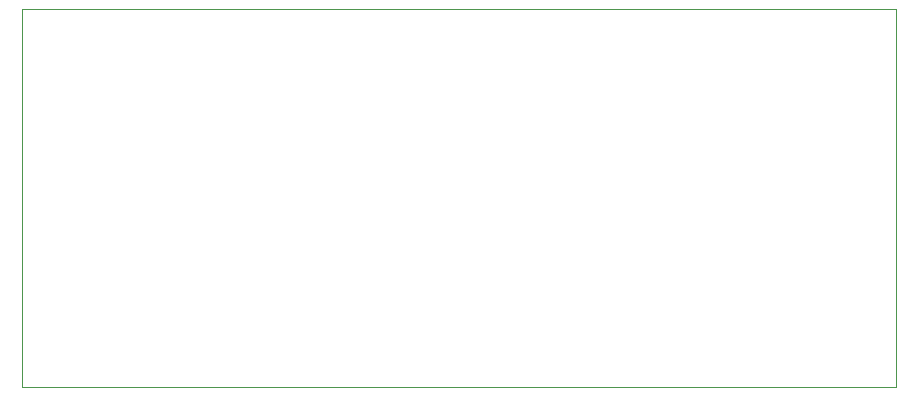
<source format=gbr>
G04*
G04 #@! TF.GenerationSoftware,Altium Limited,Altium Designer,23.5.1 (21)*
G04*
G04 Layer_Color=0*
%FSLAX44Y44*%
%MOMM*%
G71*
G04*
G04 #@! TF.SameCoordinates,231D9C50-7758-4538-8D20-5E9162DCA36C*
G04*
G04*
G04 #@! TF.FilePolarity,Positive*
G04*
G01*
G75*
%ADD38C,0.0254*%
D38*
X0Y0D02*
X740000D01*
Y320000D01*
X0D01*
Y0D01*
M02*

</source>
